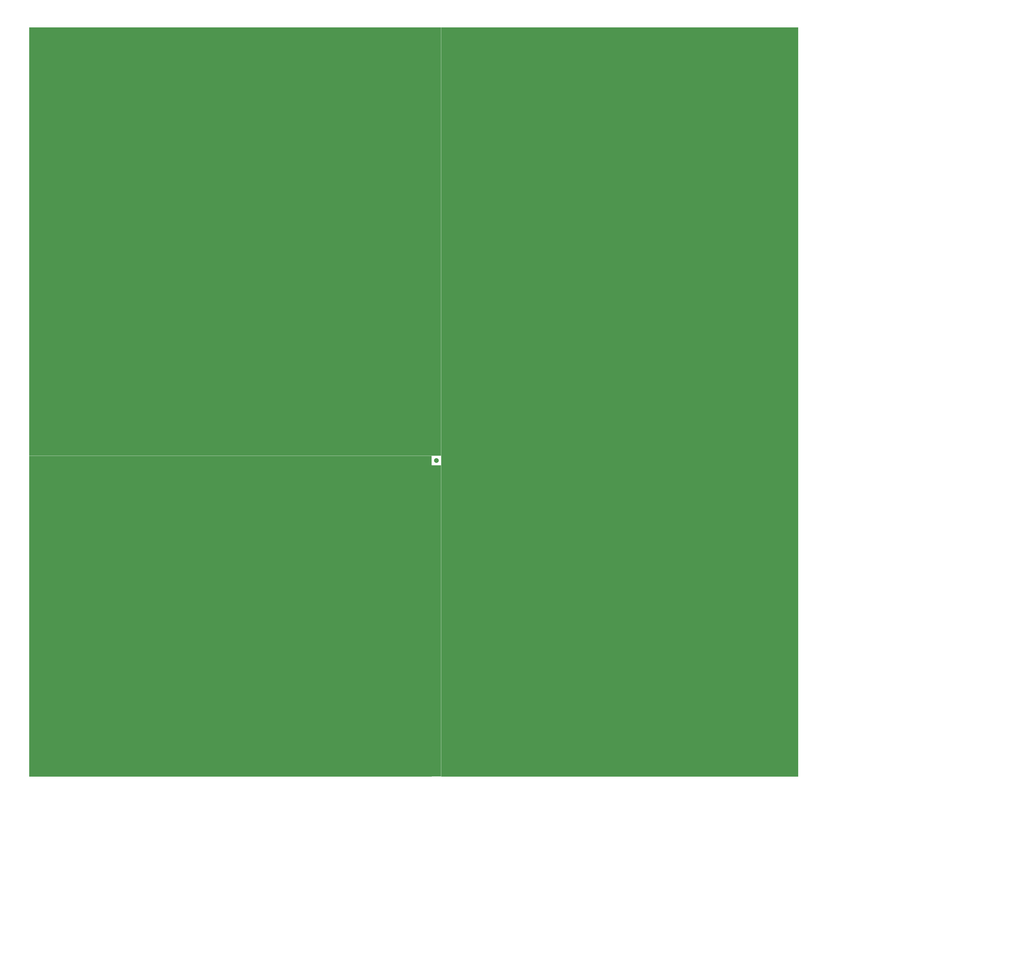
<source format=gbr>
G04 ===== Begin FILE IDENTIFICATION =====*
G04 File Format:  Gerber RS274X*
G04 ===== End FILE IDENTIFICATION =====*
%FSLAX36Y36*%
%MOMM*%
%SFA1.0000B1.0000*%
%OFA0.0B0.0*%
%ADD14C,3.100000*%
%ADD15C,3.000000*%
%ADD16R,170.458600X4.000000*%
%ADD17C,2.000000*%
%ADD18C,1.500000*%
%ADD19R,4.000000X131.850200*%
%ADD20R,4.000000X181.369800*%
%LNcond2*%
%IPPOS*%
%LPD*%
G75*
D14*
X327140100Y76566200D03*
D15*
D03*
D14*
D03*
D15*
D03*
G36*
G01X333140200Y142491300D02*
G01X181998800D01*
G01Y10641000D01*
G01X333140200D01*
G01Y142491300D01*
G37*
D16*
X92769500Y144491300D03*
G36*
G01X333140200Y327861100D02*
G01X181998800D01*
G01Y146491300D01*
G01X333140200D01*
G01Y327861100D01*
G37*
G36*
G01X333140200Y146491300D02*
G01X181998800D01*
G01Y142491300D01*
G01X333140200D01*
G01Y146491300D01*
G37*
D17*
X179998800Y144491300D03*
D18*
D03*
D19*
Y76566100D03*
G36*
G01X7540200Y10641000D02*
G01X177998800D01*
G01Y142491300D01*
G01X7540200D01*
G01Y10641000D01*
G37*
D14*
X13540100Y76566200D03*
D15*
D03*
D14*
D03*
D15*
D03*
D14*
Y237176200D03*
D15*
D03*
D14*
D03*
D15*
D03*
D20*
X179998800D03*
D14*
X327140100D03*
D15*
D03*
D14*
D03*
D15*
D03*
G36*
G01X7540200Y146491300D02*
G01X177998800D01*
G01Y327861100D01*
G01X7540200D01*
G01Y146491300D01*
G37*
M02*


</source>
